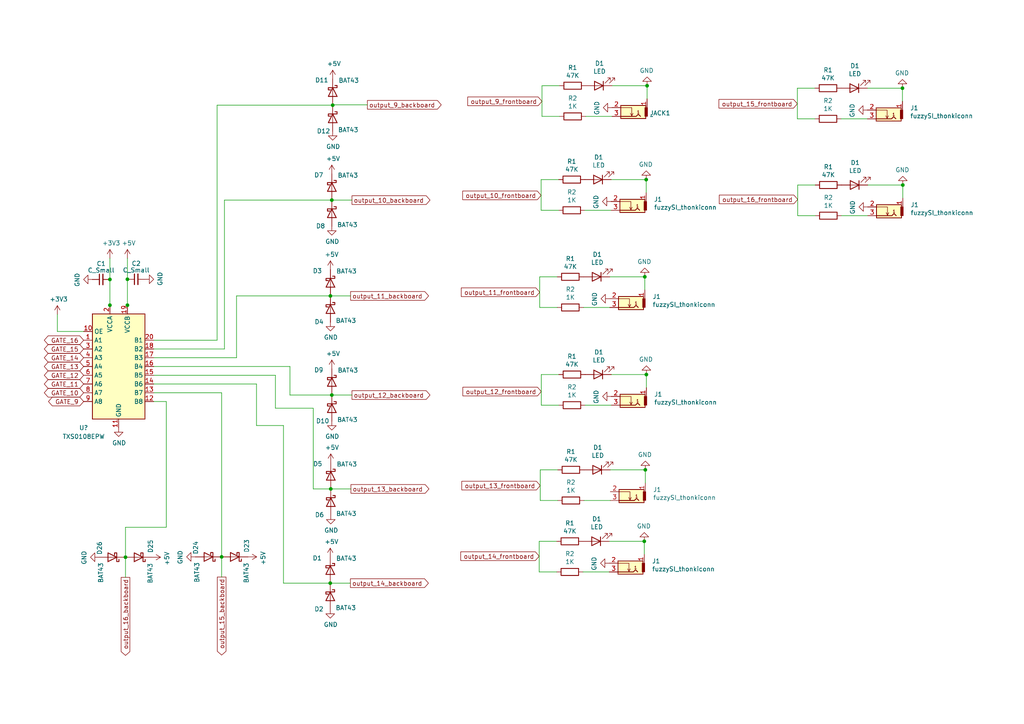
<source format=kicad_sch>
(kicad_sch (version 20230121) (generator eeschema)
  (paper "A4")
  (lib_symbols
    (symbol "Device:C_Small" (pin_numbers hide) (pin_names (offset 0.254) hide)
      (property "Reference" "C" (at 0.254 1.778 0))
      (property "Value" "C_Small" (at 0.254 -2.032 0))
      (symbol "C_Small_0_1"
        (polyline (pts (xy -1.524 -0.508) (xy 1.524 -0.508)) (stroke (width 0.3302)))
        (polyline (pts (xy -1.524 0.508) (xy 1.524 0.508)) (stroke (width 0.3048)))
      )
      (symbol "C_Small_1_1"
        (pin passive line (at 0 2.54 270) (length 2.032) (name "~") (number "1"))
        (pin passive line (at 0 -2.54 90) (length 2.032) (name "~") (number "2"))
      )
    )
    (symbol "Device:LED" (pin_numbers hide) (pin_names (offset 1.016) hide)
      (property "Reference" "D" (at 0 2.54 0))
      (property "Value" "LED" (at 0 -2.54 0))
      (symbol "LED_0_1"
        (polyline (pts (xy -1.27 -1.27) (xy -1.27 1.27)) (stroke (width 0.254)))
        (polyline (pts (xy -1.27 0) (xy 1.27 0)))
        (polyline (pts (xy 1.27 -1.27) (xy 1.27 1.27) (xy -1.27 0) (xy 1.27 -1.27)) (stroke (width 0.254)))
        (polyline (pts (xy -3.048 -0.762) (xy -4.572 -2.286) (xy -3.81 -2.286) (xy -4.572 -2.286) (xy -4.572 -1.524)))
        (polyline (pts (xy -1.778 -0.762) (xy -3.302 -2.286) (xy -2.54 -2.286) (xy -3.302 -2.286) (xy -3.302 -1.524)))
      )
      (symbol "LED_1_1"
        (pin passive line (at -3.81 0 0) (length 2.54) (name "K") (number "1"))
        (pin passive line (at 3.81 0 180) (length 2.54) (name "A") (number "2"))
      )
    )
    (symbol "Device:R" (pin_numbers hide) (pin_names (offset 0))
      (property "Reference" "R" (at 2.032 0 90))
      (property "Value" "R" (at 0 0 90))
      (symbol "R_0_1"
        (rectangle (start -1.016 -2.54) (end 1.016 2.54) (stroke (width 0.254)))
      )
      (symbol "R_1_1"
        (pin passive line (at 0 3.81 270) (length 1.27) (name "~") (number "1"))
        (pin passive line (at 0 -3.81 90) (length 1.27) (name "~") (number "2"))
      )
    )
    (symbol "Diode:BAT85" (pin_numbers hide) (pin_names (offset 1.016) hide)
      (property "Reference" "D" (at 0 2.54 0))
      (property "Value" "BAT85" (at 0 -2.54 0))
      (symbol "BAT85_0_1"
        (polyline (pts (xy 1.27 0) (xy -1.27 0)))
        (polyline (pts (xy 1.27 1.27) (xy 1.27 -1.27) (xy -1.27 0) (xy 1.27 1.27)) (stroke (width 0.254)))
        (polyline (pts (xy -1.905 0.635) (xy -1.905 1.27) (xy -1.27 1.27) (xy -1.27 -1.27) (xy -0.635 -1.27) (xy -0.635 -0.635)) (stroke (width 0.254)))
      )
      (symbol "BAT85_1_1"
        (pin passive line (at -3.81 0 0) (length 2.54) (name "K") (number "1"))
        (pin passive line (at 3.81 0 180) (length 2.54) (name "A") (number "2"))
      )
    )
    (symbol "Logic_LevelTranslator:TXS0108EPW"
      (property "Reference" "U" (at -6.35 16.51 0))
      (property "Value" "TXS0108EPW" (at 3.81 16.51 0))
      (symbol "TXS0108EPW_0_1"
        (rectangle (start -7.62 15.24) (end 7.62 -15.24) (stroke (width 0.254)) (fill (type background)))
      )
      (symbol "TXS0108EPW_1_1"
        (pin bidirectional line (at -10.16 7.62 0) (length 2.54) (name "A1") (number "1"))
        (pin input line (at -10.16 10.16 0) (length 2.54) (name "OE") (number "10"))
        (pin power_in line (at 0 -17.78 90) (length 2.54) (name "GND") (number "11"))
        (pin bidirectional line (at 10.16 -10.16 180) (length 2.54) (name "B8") (number "12"))
        (pin bidirectional line (at 10.16 -7.62 180) (length 2.54) (name "B7") (number "13"))
        (pin bidirectional line (at 10.16 -5.08 180) (length 2.54) (name "B6") (number "14"))
        (pin bidirectional line (at 10.16 -2.54 180) (length 2.54) (name "B5") (number "15"))
        (pin bidirectional line (at 10.16 0 180) (length 2.54) (name "B4") (number "16"))
        (pin bidirectional line (at 10.16 2.54 180) (length 2.54) (name "B3") (number "17"))
        (pin bidirectional line (at 10.16 5.08 180) (length 2.54) (name "B2") (number "18"))
        (pin power_in line (at 2.54 17.78 270) (length 2.54) (name "VCCB") (number "19"))
        (pin power_in line (at -2.54 17.78 270) (length 2.54) (name "VCCA") (number "2"))
        (pin bidirectional line (at 10.16 7.62 180) (length 2.54) (name "B1") (number "20"))
        (pin bidirectional line (at -10.16 5.08 0) (length 2.54) (name "A2") (number "3"))
        (pin bidirectional line (at -10.16 2.54 0) (length 2.54) (name "A3") (number "4"))
        (pin bidirectional line (at -10.16 0 0) (length 2.54) (name "A4") (number "5"))
        (pin bidirectional line (at -10.16 -2.54 0) (length 2.54) (name "A5") (number "6"))
        (pin bidirectional line (at -10.16 -5.08 0) (length 2.54) (name "A6") (number "7"))
        (pin bidirectional line (at -10.16 -7.62 0) (length 2.54) (name "A7") (number "8"))
        (pin bidirectional line (at -10.16 -10.16 0) (length 2.54) (name "A8") (number "9"))
      )
    )
    (symbol "power:+3V3" (power) (pin_names (offset 0))
      (property "Value" "+3V3" (at 0 3.556 0))
      (symbol "+3V3_0_1"
        (polyline (pts (xy -0.762 1.27) (xy 0 2.54)))
        (polyline (pts (xy 0 0) (xy 0 2.54)))
        (polyline (pts (xy 0 2.54) (xy 0.762 1.27)))
      )
      (symbol "+3V3_1_1"
        (pin power_in line (at 0 0 90) (length 0) hide (name "+3V3") (number "1"))
      )
    )
    (symbol "power:+5V" (power) (pin_names (offset 0))
      (property "Value" "+5V" (at 0 3.556 0))
      (symbol "+5V_0_1"
        (polyline (pts (xy -0.762 1.27) (xy 0 2.54)))
        (polyline (pts (xy 0 0) (xy 0 2.54)))
        (polyline (pts (xy 0 2.54) (xy 0.762 1.27)))
      )
      (symbol "+5V_1_1"
        (pin power_in line (at 0 0 90) (length 0) hide (name "+5V") (number "1"))
      )
    )
    (symbol "power:GND" (power) (pin_names (offset 0))
      (property "Value" "GND" (at 0 -3.81 0))
      (symbol "GND_0_1"
        (polyline (pts (xy 0 0) (xy 0 -1.27) (xy 1.27 -1.27) (xy 0 -2.54) (xy -1.27 -1.27) (xy 0 -1.27)))
      )
      (symbol "GND_1_1"
        (pin power_in line (at 0 0 270) (length 0) hide (name "GND") (number "1"))
      )
    )
    (symbol "usb_midi_clocker circuits-rescue:fuzzySI_thonkiconn-thonkiconn_jackSocket_fuzzySi" (pin_names (offset 1.016))
      (property "Reference" "J" (at -1.27 4.445 0))
      (property "Value" "thonkiconn_jackSocket_fuzzySi_fuzzySI_thonkiconn" (at 4.318 -1.778 0))
      (symbol "fuzzySI_thonkiconn-thonkiconn_jackSocket_fuzzySi_0_0"
        (text "1" (at -2.54 1.27 0) (effects (font (size 0.762 0.762))))
      )
      (symbol "fuzzySI_thonkiconn-thonkiconn_jackSocket_fuzzySi_0_1"
        (rectangle (start -4.699 3.175) (end 2.54 -0.635) (stroke (width 0.254)) (fill (type background)))
        (rectangle (start -4.445 0) (end -5.207 2.54) (fill (type outline)))
        (polyline (pts (xy -0.635 2.413) (xy -0.254 1.651)))
        (polyline (pts (xy 2.54 0) (xy -0.635 0) (xy -0.635 2.413) (xy -1.016 1.651)))
        (polyline (pts (xy 2.54 2.54) (xy -1.905 2.54) (xy -2.54 1.905) (xy -3.175 2.54)) (stroke (width 0.254)))
      )
      (symbol "fuzzySI_thonkiconn-thonkiconn_jackSocket_fuzzySi_1_1"
        (pin passive line (at -5.08 -2.54 90) (length 2.54) (name "~") (number "1"))
        (pin passive line (at 5.08 0 180) (length 2.54) (name "~") (number "2"))
        (pin passive line (at 5.08 2.54 180) (length 2.54) (name "~") (number "3"))
      )
    )
  )
  (junction (at 64.2874 161.5186))
  (junction (at 31.877 88.519))
  (junction (at 187.4774 108.6358))
  (junction (at 261.8486 53.6702))
  (junction (at 95.7834 169.1386))
  (junction (at 187.0202 80.2894))
  (junction (at 187.1726 136.271))
  (junction (at 96.2406 114.5794))
  (junction (at 96.2406 58.039))
  (junction (at 95.9358 141.8082))
  (junction (at 36.957 88.519))
  (junction (at 186.8678 156.9974))
  (junction (at 187.4266 52.0954))
  (junction (at 95.8342 85.8266))
  (junction (at 96.4946 30.5054))
  (junction (at 261.747 25.5778))
  (junction (at 31.877 81.0514))
  (junction (at 187.6806 24.8666))
  (junction (at 36.3982 161.6202))
  (junction (at 36.957 81.0006))
  (wire (pts (xy 44.577 98.679) (xy 62.9666 98.679)))
  (wire (pts (xy 231.267 34.4678) (xy 236.347 34.4678)))
  (wire (pts (xy 31.877 81.0514) (xy 31.877 88.519)))
  (wire (pts (xy 176.7078 165.8874) (xy 169.0878 165.8874)))
  (wire (pts (xy 44.577 103.759) (xy 68.6054 103.759)))
  (wire (pts (xy 44.577 116.459) (xy 48.2346 116.459)))
  (wire (pts (xy 177.5206 33.7566) (xy 169.9006 33.7566)))
  (wire (pts (xy 82.2198 169.1386) (xy 82.2198 123.4186)))
  (wire (pts (xy 161.4678 156.9974) (xy 156.3878 156.9974)))
  (wire (pts (xy 31.877 88.519) (xy 31.877 88.5698)))
  (wire (pts (xy 186.8678 156.9974) (xy 176.7078 156.9974)))
  (wire (pts (xy 44.577 101.219) (xy 65.1002 101.219)))
  (wire (pts (xy 95.8342 85.8266) (xy 101.6762 85.8266)))
  (wire (pts (xy 156.6926 136.271) (xy 156.6926 145.161)))
  (wire (pts (xy 48.2346 152.9334) (xy 36.3982 152.9334)))
  (wire (pts (xy 261.8486 53.6702) (xy 251.6886 53.6702)))
  (wire (pts (xy 64.2874 161.5186) (xy 64.2874 167.3606)))
  (wire (pts (xy 162.0774 108.6358) (xy 156.9974 108.6358)))
  (wire (pts (xy 177.0126 145.161) (xy 169.3926 145.161)))
  (wire (pts (xy 176.8602 89.1794) (xy 169.2402 89.1794)))
  (wire (pts (xy 187.4266 55.9054) (xy 187.4266 52.0954)))
  (wire (pts (xy 261.747 29.3878) (xy 261.747 25.5778)))
  (wire (pts (xy 187.1726 140.081) (xy 187.1726 136.271)))
  (wire (pts (xy 106.553 30.4038) (xy 96.4946 30.4038)))
  (wire (pts (xy 65.1002 58.039) (xy 96.2406 58.039)))
  (wire (pts (xy 44.577 108.839) (xy 79.883 108.839)))
  (wire (pts (xy 96.2406 114.5794) (xy 102.0826 114.5794)))
  (wire (pts (xy 36.957 88.519) (xy 36.957 88.5698)))
  (wire (pts (xy 156.5402 89.1794) (xy 161.6202 89.1794)))
  (wire (pts (xy 96.2406 58.039) (xy 102.0826 58.039)))
  (wire (pts (xy 48.2346 116.459) (xy 48.2346 152.9334)))
  (wire (pts (xy 156.9974 108.6358) (xy 156.9974 117.5258)))
  (wire (pts (xy 90.8558 141.8082) (xy 90.8558 118.3894)))
  (wire (pts (xy 44.577 111.379) (xy 74.3966 111.379)))
  (wire (pts (xy 177.3174 117.5258) (xy 169.6974 117.5258)))
  (wire (pts (xy 156.9974 117.5258) (xy 162.0774 117.5258)))
  (wire (pts (xy 231.3686 62.5602) (xy 236.4486 62.5602)))
  (wire (pts (xy 236.4486 53.6702) (xy 231.3686 53.6702)))
  (wire (pts (xy 84.0994 114.5794) (xy 96.2406 114.5794)))
  (wire (pts (xy 186.8678 160.8074) (xy 186.8678 156.9974)))
  (wire (pts (xy 162.0266 52.0954) (xy 156.9466 52.0954)))
  (wire (pts (xy 44.577 113.919) (xy 64.2874 113.919)))
  (wire (pts (xy 161.7726 136.271) (xy 156.6926 136.271)))
  (wire (pts (xy 187.1726 136.271) (xy 177.0126 136.271)))
  (wire (pts (xy 36.957 81.0006) (xy 36.957 88.519)))
  (wire (pts (xy 156.3878 156.9974) (xy 156.3878 165.8874)))
  (wire (pts (xy 82.2198 169.1386) (xy 95.7834 169.1386)))
  (wire (pts (xy 161.6202 80.2894) (xy 156.5402 80.2894)))
  (wire (pts (xy 231.3686 53.6702) (xy 231.3686 62.5602)))
  (wire (pts (xy 84.0994 114.5794) (xy 84.0994 106.299)))
  (wire (pts (xy 68.6054 103.759) (xy 68.6054 85.8266)))
  (wire (pts (xy 156.3878 165.8874) (xy 161.4678 165.8874)))
  (wire (pts (xy 62.9666 30.5054) (xy 96.4946 30.5054)))
  (wire (pts (xy 74.3966 123.4186) (xy 74.3966 111.379)))
  (wire (pts (xy 187.6806 24.8666) (xy 177.5206 24.8666)))
  (wire (pts (xy 90.8558 141.8082) (xy 95.9358 141.8082)))
  (wire (pts (xy 79.883 118.3894) (xy 79.883 108.839)))
  (wire (pts (xy 16.637 96.139) (xy 16.637 91.186)))
  (wire (pts (xy 157.2006 33.7566) (xy 162.2806 33.7566)))
  (wire (pts (xy 177.2666 60.9854) (xy 169.6466 60.9854)))
  (wire (pts (xy 187.6806 28.6766) (xy 187.6806 24.8666)))
  (wire (pts (xy 251.587 34.4678) (xy 243.967 34.4678)))
  (wire (pts (xy 36.3982 161.6202) (xy 36.3982 167.4622)))
  (wire (pts (xy 187.4266 52.0954) (xy 177.2666 52.0954)))
  (wire (pts (xy 156.9466 52.0954) (xy 156.9466 60.9854)))
  (wire (pts (xy 231.267 25.5778) (xy 231.267 34.4678)))
  (wire (pts (xy 187.4774 112.4458) (xy 187.4774 108.6358)))
  (wire (pts (xy 187.0202 84.0994) (xy 187.0202 80.2894)))
  (wire (pts (xy 96.4946 30.4038) (xy 96.4946 30.5054)))
  (wire (pts (xy 62.9666 98.679) (xy 62.9666 30.5054)))
  (wire (pts (xy 90.8558 118.3894) (xy 79.883 118.3894)))
  (wire (pts (xy 156.5402 80.2894) (xy 156.5402 89.1794)))
  (wire (pts (xy 44.577 106.299) (xy 84.0994 106.299)))
  (wire (pts (xy 95.9358 141.8082) (xy 101.7778 141.8082)))
  (wire (pts (xy 236.347 25.5778) (xy 231.267 25.5778)))
  (wire (pts (xy 36.3982 152.9334) (xy 36.3982 161.6202)))
  (wire (pts (xy 31.877 74.9046) (xy 31.877 81.0514)))
  (wire (pts (xy 157.2006 24.8666) (xy 157.2006 33.7566)))
  (wire (pts (xy 68.6054 85.8266) (xy 95.8342 85.8266)))
  (wire (pts (xy 95.7834 169.1386) (xy 101.6254 169.1386)))
  (wire (pts (xy 36.957 74.9046) (xy 36.957 81.0006)))
  (wire (pts (xy 261.8486 57.4802) (xy 261.8486 53.6702)))
  (wire (pts (xy 187.4774 108.6358) (xy 177.3174 108.6358)))
  (wire (pts (xy 82.2198 123.4186) (xy 74.3966 123.4186)))
  (wire (pts (xy 156.6926 145.161) (xy 161.7726 145.161)))
  (wire (pts (xy 65.1002 58.039) (xy 65.1002 101.219)))
  (wire (pts (xy 251.6886 62.5602) (xy 244.0686 62.5602)))
  (wire (pts (xy 261.747 25.5778) (xy 251.587 25.5778)))
  (wire (pts (xy 64.2874 113.919) (xy 64.2874 161.5186)))
  (wire (pts (xy 156.9466 60.9854) (xy 162.0266 60.9854)))
  (wire (pts (xy 24.257 96.139) (xy 16.637 96.139)))
  (wire (pts (xy 162.2806 24.8666) (xy 157.2006 24.8666)))
  (wire (pts (xy 187.0202 80.2894) (xy 176.8602 80.2894)))
  (global_label "output_11_frontboard" (shape input) (at 156.5402 84.7598 180) (property "Intersheetrefs" "${INTERSHEET_REFS}" (effects hide)))
  (global_label "GATE_11" (shape tri_state) (at 24.257 111.379 180) (property "Intersheetrefs" "${INTERSHEET_REFS}" (effects hide)))
  (global_label "output_9_backboard" (shape output) (at 106.553 30.4038 0) (property "Intersheetrefs" "${INTERSHEET_REFS}" (effects hide)))
  (global_label "output_13_backboard" (shape output) (at 101.7778 141.8082 0) (property "Intersheetrefs" "${INTERSHEET_REFS}" (effects hide)))
  (global_label "output_12_frontboard" (shape input) (at 156.9974 113.5634 180) (property "Intersheetrefs" "${INTERSHEET_REFS}" (effects hide)))
  (global_label "output_16_backboard" (shape output) (at 36.3982 167.4622 270) (property "Intersheetrefs" "${INTERSHEET_REFS}" (effects hide)))
  (global_label "output_10_frontboard" (shape input) (at 156.9466 56.6674 180) (property "Intersheetrefs" "${INTERSHEET_REFS}" (effects hide)))
  (global_label "output_9_frontboard" (shape input) (at 157.2006 29.3878 180) (property "Intersheetrefs" "${INTERSHEET_REFS}" (effects hide)))
  (global_label "output_12_backboard" (shape output) (at 102.0826 114.5794 0) (property "Intersheetrefs" "${INTERSHEET_REFS}" (effects hide)))
  (global_label "output_14_backboard" (shape output) (at 101.6254 169.1386 0) (property "Intersheetrefs" "${INTERSHEET_REFS}" (effects hide)))
  (global_label "output_15_backboard" (shape output) (at 64.2874 167.3606 270) (property "Intersheetrefs" "${INTERSHEET_REFS}" (effects hide)))
  (global_label "GATE_15" (shape tri_state) (at 24.257 101.219 180) (property "Intersheetrefs" "${INTERSHEET_REFS}" (effects hide)))
  (global_label "output_14_frontboard" (shape input) (at 156.3878 161.3154 180) (property "Intersheetrefs" "${INTERSHEET_REFS}" (effects hide)))
  (global_label "GATE_14" (shape tri_state) (at 24.257 103.759 180) (property "Intersheetrefs" "${INTERSHEET_REFS}" (effects hide)))
  (global_label "GATE_12" (shape tri_state) (at 24.257 108.839 180) (property "Intersheetrefs" "${INTERSHEET_REFS}" (effects hide)))
  (global_label "output_16_frontboard" (shape input) (at 231.3686 57.8358 180) (property "Intersheetrefs" "${INTERSHEET_REFS}" (effects hide)))
  (global_label "GATE_10" (shape tri_state) (at 24.257 113.919 180) (property "Intersheetrefs" "${INTERSHEET_REFS}" (effects hide)))
  (global_label "GATE_13" (shape tri_state) (at 24.257 106.299 180) (property "Intersheetrefs" "${INTERSHEET_REFS}" (effects hide)))
  (global_label "output_15_frontboard" (shape input) (at 231.267 30.099 180) (property "Intersheetrefs" "${INTERSHEET_REFS}" (effects hide)))
  (global_label "GATE_16" (shape tri_state) (at 24.257 98.679 180) (property "Intersheetrefs" "${INTERSHEET_REFS}" (effects hide)))
  (global_label "output_11_backboard" (shape output) (at 101.6762 85.8266 0) (property "Intersheetrefs" "${INTERSHEET_REFS}" (effects hide)))
  (global_label "GATE_9" (shape tri_state) (at 24.257 116.459 180) (property "Intersheetrefs" "${INTERSHEET_REFS}" (effects hide)))
  (global_label "output_13_frontboard" (shape input) (at 156.6926 140.843 180) (property "Intersheetrefs" "${INTERSHEET_REFS}" (effects hide)))
  (global_label "output_10_backboard" (shape output) (at 102.0826 58.039 0) (property "Intersheetrefs" "${INTERSHEET_REFS}" (effects hide)))
  (symbol (lib_id "Device:R") (at 165.2778 165.8874 270) (unit 1)
    (property "Reference" "R2" (at 165.2778 160.6296 90))
    (property "Value" "1K" (at 165.2778 162.941 90))
    (property "Footprint" "Resistor_SMD:R_0805_2012Metric" (effects hide))
    (instances (project "usb_midi_clocker circuits" (path "" (reference "R2") (unit 1)) (path "" (reference "R12") (unit 1))) (project "expander_gate_output" (path "" (reference "R12") (unit 1)) (path "" (reference "R2") (unit 1)) (path "" (reference "R18") (unit 1))))
  )
  (symbol (lib_id "power:GND") (at 34.417 124.079 0) (unit 1)
    (property "Reference" "#PWR?" (effects hide))
    (property "Value" "GND" (at 34.544 128.4732 0))
    (instances (project "usb_midi_clocker circuits" (path "" (reference "#PWR?") (unit 1)) (path "" (reference "#PWR027") (unit 1))) (project "expander_gate_output" (path "" (reference "#PWR010") (unit 1)) (path "" (reference "#PWR010") (unit 1)) (path "" (reference "#PWR045") (unit 1))))
  )
  (symbol (lib_id "Diode:BAT85") (at 95.7834 172.9486 270) (unit 1)
    (property "Reference" "D2" (at 91.1606 176.657 90) (effects (justify left)))
    (property "Value" "BAT43" (at 97.3074 176.3014 90) (effects (justify left)))
    (property "Footprint" "Diode_SMD:D_SOD-123" (effects hide))
    (instances (project "expander_gate_output" (path "" (reference "D2") (unit 1)) (path "" (reference "D2") (unit 1)) (path "" (reference "D30") (unit 1))))
  )
  (symbol (lib_id "Diode:BAT85") (at 96.2406 110.7694 270) (unit 1)
    (property "Reference" "D9" (at 91.1098 107.315 90) (effects (justify left)))
    (property "Value" "BAT43" (at 97.917 107.4166 90) (effects (justify left)))
    (property "Footprint" "Diode_SMD:D_SOD-123" (effects hide))
    (instances (project "expander_gate_output" (path "" (reference "D9") (unit 1)) (path "" (reference "D9") (unit 1)) (path "" (reference "D37") (unit 1))))
  )
  (symbol (lib_id "power:+5V") (at 96.2406 106.9594 0) (unit 1)
    (property "Reference" "#PWR?" (effects hide))
    (property "Value" "+5V" (at 96.6216 102.5652 0))
    (instances (project "usb_midi_clocker circuits" (path "" (reference "#PWR?") (unit 1)) (path "" (reference "#PWR040") (unit 1))) (project "expander_gate_output" (path "" (reference "#PWR031") (unit 1)) (path "" (reference "#PWR031") (unit 1)) (path "" (reference "#PWR059") (unit 1))))
  )
  (symbol (lib_id "Device:R") (at 240.157 34.4678 270) (unit 1)
    (property "Reference" "R2" (at 240.157 29.21 90))
    (property "Value" "1K" (at 240.157 31.5214 90))
    (property "Footprint" "Resistor_SMD:R_0805_2012Metric" (effects hide))
    (instances (project "usb_midi_clocker circuits" (path "" (reference "R2") (unit 1)) (path "" (reference "R14") (unit 1))) (project "expander_gate_output" (path "" (reference "R14") (unit 1)) (path "" (reference "R14") (unit 1)) (path "" (reference "R30") (unit 1))))
  )
  (symbol (lib_id "power:GND") (at 96.2406 65.659 0) (unit 1)
    (property "Reference" "#PWR0101" (effects hide))
    (property "Value" "GND" (at 96.3676 70.0532 0))
    (instances (project "usb_midi_clocker circuits" (path "" (reference "#PWR0101") (unit 1)) (path "" (reference "#PWR016") (unit 1))) (project "expander_gate_output" (path "" (reference "#PWR014") (unit 1)) (path "" (reference "#PWR014") (unit 1)) (path "" (reference "#PWR058") (unit 1))))
  )
  (symbol (lib_id "power:GND") (at 186.8678 156.9974 180) (unit 1)
    (property "Reference" "#PWR0101" (effects hide))
    (property "Value" "GND" (at 186.7408 152.6032 0))
    (instances (project "usb_midi_clocker circuits" (path "" (reference "#PWR0101") (unit 1)) (path "" (reference "#PWR034") (unit 1))) (project "expander_gate_output" (path "" (reference "#PWR012") (unit 1)) (path "" (reference "#PWR038") (unit 1)) (path "" (reference "#PWR077") (unit 1))))
  )
  (symbol (lib_id "Diode:BAT85") (at 95.7834 165.3286 270) (unit 1)
    (property "Reference" "D1" (at 90.6526 161.8742 90) (effects (justify left)))
    (property "Value" "BAT43" (at 97.4598 161.9758 90) (effects (justify left)))
    (property "Footprint" "Diode_SMD:D_SOD-123" (effects hide))
    (instances (project "expander_gate_output" (path "" (reference "D1") (unit 1)) (path "" (reference "D1") (unit 1)) (path "" (reference "D29") (unit 1))))
  )
  (symbol (lib_id "power:+5V") (at 96.2406 50.419 0) (unit 1)
    (property "Reference" "#PWR?" (effects hide))
    (property "Value" "+5V" (at 96.6216 46.0248 0))
    (instances (project "usb_midi_clocker circuits" (path "" (reference "#PWR?") (unit 1)) (path "" (reference "#PWR040") (unit 1))) (project "expander_gate_output" (path "" (reference "#PWR013") (unit 1)) (path "" (reference "#PWR013") (unit 1)) (path "" (reference "#PWR057") (unit 1))))
  )
  (symbol (lib_id "Device:R") (at 165.2778 156.9974 270) (unit 1)
    (property "Reference" "R1" (at 165.2778 151.7396 90))
    (property "Value" "47K" (at 165.2778 154.051 90))
    (property "Footprint" "Resistor_SMD:R_0805_2012Metric" (effects hide))
    (instances (project "usb_midi_clocker circuits" (path "" (reference "R1") (unit 1)) (path "" (reference "R11") (unit 1))) (project "expander_gate_output" (path "" (reference "R11") (unit 1)) (path "" (reference "R1") (unit 1)) (path "" (reference "R17") (unit 1))))
  )
  (symbol (lib_id "power:+5V") (at 95.8342 78.2066 0) (unit 1)
    (property "Reference" "#PWR?" (effects hide))
    (property "Value" "+5V" (at 96.2152 73.8124 0))
    (instances (project "usb_midi_clocker circuits" (path "" (reference "#PWR?") (unit 1)) (path "" (reference "#PWR040") (unit 1))) (project "expander_gate_output" (path "" (reference "#PWR06") (unit 1)) (path "" (reference "#PWR06") (unit 1)) (path "" (reference "#PWR053") (unit 1))))
  )
  (symbol (lib_id "Logic_LevelTranslator:TXS0108EPW") (at 34.417 106.299 0) (unit 1)
    (property "Reference" "U?" (at 24.257 124.079 0))
    (property "Value" "TXS0108EPW" (at 24.257 126.619 0))
    (property "Footprint" "Package_SO:TSSOP-20_4.4x6.5mm_P0.65mm" (effects hide))
    (property "Datasheet" "www.ti.com/lit/ds/symlink/txs0108e.pdf" (effects hide))
    (instances (project "usb_midi_clocker circuits" (path "" (reference "U?") (unit 1)) (path "" (reference "U3") (unit 1))) (project "expander_gate_output" (path "" (reference "U1") (unit 1)) (path "" (reference "U1") (unit 1)) (path "" (reference "U2") (unit 1))))
  )
  (symbol (lib_id "Device:LED") (at 173.2026 136.271 180) (unit 1)
    (property "Reference" "D1" (at 173.3804 129.794 0))
    (property "Value" "LED" (at 173.3804 132.1054 0))
    (property "Footprint" "LED_THT:LED_D3.0mm" (effects hide))
    (instances (project "usb_midi_clocker circuits" (path "" (reference "D1") (unit 1)) (path "" (reference "D5") (unit 1))) (project "expander_gate_output" (path "" (reference "D5") (unit 1)) (path "" (reference "D19") (unit 1)) (path "" (reference "D43") (unit 1))))
  )
  (symbol (lib_id "power:GND") (at 187.0202 80.2894 180) (unit 1)
    (property "Reference" "#PWR0101" (effects hide))
    (property "Value" "GND" (at 186.8932 75.8952 0))
    (instances (project "usb_midi_clocker circuits" (path "" (reference "#PWR0101") (unit 1)) (path "" (reference "#PWR023") (unit 1))) (project "expander_gate_output" (path "" (reference "#PWR06") (unit 1)) (path "" (reference "#PWR039") (unit 1)) (path "" (reference "#PWR078") (unit 1))))
  )
  (symbol (lib_id "Diode:BAT85") (at 40.2082 161.6202 180) (unit 1)
    (property "Reference" "D25" (at 43.6626 156.4894 90) (effects (justify left)))
    (property "Value" "BAT43" (at 43.561 163.2966 90) (effects (justify left)))
    (property "Footprint" "Diode_SMD:D_SOD-123" (effects hide))
    (instances (project "expander_gate_output" (path "" (reference "D25") (unit 1)) (path "" (reference "D15") (unit 1)) (path "" (reference "D26") (unit 1))))
  )
  (symbol (lib_id "power:GND") (at 251.6886 60.0202 270) (unit 1)
    (property "Reference" "#PWR0101" (effects hide))
    (property "Value" "GND" (at 247.2944 60.1472 0))
    (instances (project "usb_midi_clocker circuits" (path "" (reference "#PWR0101") (unit 1)) (path "" (reference "#PWR016") (unit 1))) (project "expander_gate_output" (path "" (reference "#PWR04") (unit 1)) (path "" (reference "#PWR071") (unit 1)) (path "" (reference "#PWR093") (unit 1))))
  )
  (symbol (lib_id "Device:R") (at 240.157 25.5778 270) (unit 1)
    (property "Reference" "R1" (at 240.157 20.32 90))
    (property "Value" "47K" (at 240.157 22.6314 90))
    (property "Footprint" "Resistor_SMD:R_0805_2012Metric" (effects hide))
    (instances (project "usb_midi_clocker circuits" (path "" (reference "R1") (unit 1)) (path "" (reference "R13") (unit 1))) (project "expander_gate_output" (path "" (reference "R13") (unit 1)) (path "" (reference "R13") (unit 1)) (path "" (reference "R29") (unit 1))))
  )
  (symbol (lib_id "power:+5V") (at 95.9358 134.1882 0) (unit 1)
    (property "Reference" "#PWR?" (effects hide))
    (property "Value" "+5V" (at 96.3168 129.794 0))
    (instances (project "usb_midi_clocker circuits" (path "" (reference "#PWR?") (unit 1)) (path "" (reference "#PWR040") (unit 1))) (project "expander_gate_output" (path "" (reference "#PWR011") (unit 1)) (path "" (reference "#PWR011") (unit 1)) (path "" (reference "#PWR055") (unit 1))))
  )
  (symbol (lib_id "power:GND") (at 177.3174 114.9858 270) (unit 1)
    (property "Reference" "#PWR0101" (effects hide))
    (property "Value" "GND" (at 172.9232 115.1128 0))
    (instances (project "usb_midi_clocker circuits" (path "" (reference "#PWR0101") (unit 1)) (path "" (reference "#PWR016") (unit 1))) (project "expander_gate_output" (path "" (reference "#PWR04") (unit 1)) (path "" (reference "#PWR026") (unit 1)) (path "" (reference "#PWR075") (unit 1))))
  )
  (symbol (lib_id "Device:R") (at 165.8874 108.6358 270) (unit 1)
    (property "Reference" "R1" (at 165.8874 103.378 90))
    (property "Value" "47K" (at 165.8874 105.6894 90))
    (property "Footprint" "Resistor_SMD:R_0805_2012Metric" (effects hide))
    (instances (project "usb_midi_clocker circuits" (path "" (reference "R1") (unit 1)) (path "" (reference "R7") (unit 1))) (project "expander_gate_output" (path "" (reference "R7") (unit 1)) (path "" (reference "R9") (unit 1)) (path "" (reference "R25") (unit 1))))
  )
  (symbol (lib_id "usb_midi_clocker circuits-rescue:fuzzySI_thonkiconn-thonkiconn_jackSocket_fuzzySi") (at 182.0926 142.621 180) (unit 1)
    (property "Reference" "J1" (at 189.4078 142.0114 0) (effects (justify right)))
    (property "Value" "fuzzySI_thonkiconn" (at 189.4078 144.3228 0) (effects (justify right)))
    (property "Footprint" "doctea:Thonkiconn Renumbered" (effects hide))
    (instances (project "usb_midi_clocker circuits" (path "" (reference "J1") (unit 1)) (path "" (reference "JACK5") (unit 1))) (project "expander_gate_output" (path "" (reference "JACK5") (unit 1)) (path "" (reference "J8") (unit 1)) (path "" (reference "JACK11") (unit 1))))
  )
  (symbol (lib_id "Diode:BAT85") (at 95.8342 89.6366 270) (unit 1)
    (property "Reference" "D4" (at 91.2114 93.345 90) (effects (justify left)))
    (property "Value" "BAT43" (at 97.3582 92.9894 90) (effects (justify left)))
    (property "Footprint" "Diode_SMD:D_SOD-123" (effects hide))
    (instances (project "expander_gate_output" (path "" (reference "D4") (unit 1)) (path "" (reference "D4") (unit 1)) (path "" (reference "D32") (unit 1))))
  )
  (symbol (lib_id "power:GND") (at 95.8342 93.4466 0) (unit 1)
    (property "Reference" "#PWR0101" (effects hide))
    (property "Value" "GND" (at 95.9612 97.8408 0))
    (instances (project "usb_midi_clocker circuits" (path "" (reference "#PWR0101") (unit 1)) (path "" (reference "#PWR016") (unit 1))) (project "expander_gate_output" (path "" (reference "#PWR07") (unit 1)) (path "" (reference "#PWR07") (unit 1)) (path "" (reference "#PWR054") (unit 1))))
  )
  (symbol (lib_id "power:GND") (at 176.8602 86.6394 270) (unit 1)
    (property "Reference" "#PWR0101" (effects hide))
    (property "Value" "GND" (at 172.466 86.7664 0))
    (instances (project "usb_midi_clocker circuits" (path "" (reference "#PWR0101") (unit 1)) (path "" (reference "#PWR016") (unit 1))) (project "expander_gate_output" (path "" (reference "#PWR04") (unit 1)) (path "" (reference "#PWR024") (unit 1)) (path "" (reference "#PWR064") (unit 1))))
  )
  (symbol (lib_id "Diode:BAT85") (at 95.8342 82.0166 270) (unit 1)
    (property "Reference" "D3" (at 90.7034 78.5622 90) (effects (justify left)))
    (property "Value" "BAT43" (at 97.5106 78.6638 90) (effects (justify left)))
    (property "Footprint" "Diode_SMD:D_SOD-123" (effects hide))
    (instances (project "expander_gate_output" (path "" (reference "D3") (unit 1)) (path "" (reference "D3") (unit 1)) (path "" (reference "D31") (unit 1))))
  )
  (symbol (lib_id "Device:R") (at 240.2586 62.5602 270) (unit 1)
    (property "Reference" "R2" (at 240.2586 57.3024 90))
    (property "Value" "1K" (at 240.2586 59.6138 90))
    (property "Footprint" "Resistor_SMD:R_0805_2012Metric" (effects hide))
    (instances (project "usb_midi_clocker circuits" (path "" (reference "R2") (unit 1)) (path "" (reference "R16") (unit 1))) (project "expander_gate_output" (path "" (reference "R16") (unit 1)) (path "" (reference "R16") (unit 1)) (path "" (reference "R32") (unit 1))))
  )
  (symbol (lib_id "power:GND") (at 56.6674 161.5186 270) (unit 1)
    (property "Reference" "#PWR0101" (effects hide))
    (property "Value" "GND" (at 52.2732 161.6456 0))
    (instances (project "usb_midi_clocker circuits" (path "" (reference "#PWR0101") (unit 1)) (path "" (reference "#PWR016") (unit 1))) (project "expander_gate_output" (path "" (reference "#PWR038") (unit 1)) (path "" (reference "#PWR030") (unit 1)) (path "" (reference "#PWR049") (unit 1))))
  )
  (symbol (lib_id "Device:C_Small") (at 39.497 81.0006 90) (unit 1)
    (property "Reference" "C2" (at 39.5033 76.4286 90))
    (property "Value" "C_Small" (at 39.5033 78.3496 90))
    (property "Footprint" "Capacitor_SMD:C_0805_2012Metric" (effects hide))
    (instances (project "expander_gate_output" (path "" (reference "C2") (unit 1)) (path "" (reference "C2") (unit 1)) (path "" (reference "C7") (unit 1))))
  )
  (symbol (lib_id "Device:C_Small") (at 29.337 81.0514 90) (unit 1)
    (property "Reference" "C1" (at 29.3433 76.4794 90))
    (property "Value" "C_Small" (at 29.3433 78.4004 90))
    (property "Footprint" "Capacitor_SMD:C_0805_2012Metric" (effects hide))
    (instances (project "expander_gate_output" (path "" (reference "C1") (unit 1)) (path "" (reference "C1") (unit 1)) (path "" (reference "C6") (unit 1))))
  )
  (symbol (lib_id "Diode:BAT85") (at 32.5882 161.6202 180) (unit 1)
    (property "Reference" "D26" (at 28.8798 156.9974 90) (effects (justify left)))
    (property "Value" "BAT43" (at 29.2354 163.1442 90) (effects (justify left)))
    (property "Footprint" "Diode_SMD:D_SOD-123" (effects hide))
    (instances (project "expander_gate_output" (path "" (reference "D26") (unit 1)) (path "" (reference "D16") (unit 1)) (path "" (reference "D25") (unit 1))))
  )
  (symbol (lib_id "Device:R") (at 166.0906 24.8666 270) (unit 1)
    (property "Reference" "R1" (at 166.0906 19.6088 90))
    (property "Value" "47K" (at 166.0906 21.9202 90))
    (property "Footprint" "Resistor_SMD:R_0805_2012Metric" (effects hide))
    (instances (project "usb_midi_clocker circuits" (path "" (reference "R1") (unit 1)) (path "" (reference "R1") (unit 1))) (project "expander_gate_output" (path "" (reference "R1") (unit 1)) (path "" (reference "R11") (unit 1)) (path "" (reference "R27") (unit 1))))
  )
  (symbol (lib_id "Device:LED") (at 247.777 25.5778 180) (unit 1)
    (property "Reference" "D1" (at 247.9548 19.1008 0))
    (property "Value" "LED" (at 247.9548 21.4122 0))
    (property "Footprint" "LED_THT:LED_D3.0mm" (effects hide))
    (instances (project "usb_midi_clocker circuits" (path "" (reference "D1") (unit 1)) (path "" (reference "D7") (unit 1))) (project "expander_gate_output" (path "" (reference "D7") (unit 1)) (path "" (reference "D23") (unit 1)) (path "" (reference "D47") (unit 1))))
  )
  (symbol (lib_id "Device:R") (at 165.4302 80.2894 270) (unit 1)
    (property "Reference" "R1" (at 165.4302 75.0316 90))
    (property "Value" "47K" (at 165.4302 77.343 90))
    (property "Footprint" "Resistor_SMD:R_0805_2012Metric" (effects hide))
    (instances (project "usb_midi_clocker circuits" (path "" (reference "R1") (unit 1)) (path "" (reference "R5") (unit 1))) (project "expander_gate_output" (path "" (reference "R5") (unit 1)) (path "" (reference "R3") (unit 1)) (path "" (reference "R19") (unit 1))))
  )
  (symbol (lib_id "power:GND") (at 187.1726 136.271 180) (unit 1)
    (property "Reference" "#PWR0101" (effects hide))
    (property "Value" "GND" (at 187.0456 131.8768 0))
    (instances (project "usb_midi_clocker circuits" (path "" (reference "#PWR0101") (unit 1)) (path "" (reference "#PWR033") (unit 1))) (project "expander_gate_output" (path "" (reference "#PWR011") (unit 1)) (path "" (reference "#PWR040") (unit 1)) (path "" (reference "#PWR079") (unit 1))))
  )
  (symbol (lib_id "power:+5V") (at 44.0182 161.6202 270) (unit 1)
    (property "Reference" "#PWR?" (effects hide))
    (property "Value" "+5V" (at 48.4124 162.0012 0))
    (instances (project "usb_midi_clocker circuits" (path "" (reference "#PWR?") (unit 1)) (path "" (reference "#PWR040") (unit 1))) (project "expander_gate_output" (path "" (reference "#PWR039") (unit 1)) (path "" (reference "#PWR033") (unit 1)) (path "" (reference "#PWR048") (unit 1))))
  )
  (symbol (lib_id "usb_midi_clocker circuits-rescue:fuzzySI_thonkiconn-thonkiconn_jackSocket_fuzzySi") (at 181.7878 163.3474 180) (unit 1)
    (property "Reference" "J1" (at 189.103 162.7378 0) (effects (justify right)))
    (property "Value" "fuzzySI_thonkiconn" (at 189.103 165.0492 0) (effects (justify right)))
    (property "Footprint" "doctea:Thonkiconn Renumbered" (effects hide))
    (instances (project "usb_midi_clocker circuits" (path "" (reference "J1") (unit 1)) (path "" (reference "JACK6") (unit 1))) (project "expander_gate_output" (path "" (reference "JACK6") (unit 1)) (path "" (reference "J5") (unit 1)) (path "" (reference "JACK9") (unit 1))))
  )
  (symbol (lib_id "power:+5V") (at 71.9074 161.5186 270) (unit 1)
    (property "Reference" "#PWR?" (effects hide))
    (property "Value" "+5V" (at 76.3016 161.8996 0))
    (instances (project "usb_midi_clocker circuits" (path "" (reference "#PWR?") (unit 1)) (path "" (reference "#PWR040") (unit 1))) (project "expander_gate_output" (path "" (reference "#PWR037") (unit 1)) (path "" (reference "#PWR029") (unit 1)) (path "" (reference "#PWR050") (unit 1))))
  )
  (symbol (lib_id "power:GND") (at 177.2666 58.4454 270) (unit 1)
    (property "Reference" "#PWR0101" (effects hide))
    (property "Value" "GND" (at 172.8724 58.5724 0))
    (instances (project "usb_midi_clocker circuits" (path "" (reference "#PWR0101") (unit 1)) (path "" (reference "#PWR016") (unit 1))) (project "expander_gate_output" (path "" (reference "#PWR04") (unit 1)) (path "" (reference "#PWR025") (unit 1)) (path "" (reference "#PWR074") (unit 1))))
  )
  (symbol (lib_id "usb_midi_clocker circuits-rescue:fuzzySI_thonkiconn-thonkiconn_jackSocket_fuzzySi") (at 181.9402 86.6394 180) (unit 1)
    (property "Reference" "J1" (at 189.2554 86.0298 0) (effects (justify right)))
    (property "Value" "fuzzySI_thonkiconn" (at 189.2554 88.3412 0) (effects (justify right)))
    (property "Footprint" "doctea:Thonkiconn Renumbered" (effects hide))
    (instances (project "usb_midi_clocker circuits" (path "" (reference "J1") (unit 1)) (path "" (reference "JACK3") (unit 1))) (project "expander_gate_output" (path "" (reference "JACK3") (unit 1)) (path "" (reference "J7") (unit 1)) (path "" (reference "JACK10") (unit 1))))
  )
  (symbol (lib_id "Device:R") (at 165.4302 89.1794 270) (unit 1)
    (property "Reference" "R2" (at 165.4302 83.9216 90))
    (property "Value" "1K" (at 165.4302 86.233 90))
    (property "Footprint" "Resistor_SMD:R_0805_2012Metric" (effects hide))
    (instances (project "usb_midi_clocker circuits" (path "" (reference "R2") (unit 1)) (path "" (reference "R6") (unit 1))) (project "expander_gate_output" (path "" (reference "R6") (unit 1)) (path "" (reference "R4") (unit 1)) (path "" (reference "R20") (unit 1))))
  )
  (symbol (lib_id "power:+5V") (at 96.4946 22.8854 0) (unit 1)
    (property "Reference" "#PWR?" (effects hide))
    (property "Value" "+5V" (at 96.8756 18.4912 0))
    (instances (project "usb_midi_clocker circuits" (path "" (reference "#PWR?") (unit 1)) (path "" (reference "#PWR040") (unit 1))) (project "expander_gate_output" (path "" (reference "#PWR035") (unit 1)) (path "" (reference "#PWR035") (unit 1)) (path "" (reference "#PWR061") (unit 1))))
  )
  (symbol (lib_id "power:GND") (at 95.9358 149.4282 0) (unit 1)
    (property "Reference" "#PWR0101" (effects hide))
    (property "Value" "GND" (at 96.0628 153.8224 0))
    (instances (project "usb_midi_clocker circuits" (path "" (reference "#PWR0101") (unit 1)) (path "" (reference "#PWR016") (unit 1))) (project "expander_gate_output" (path "" (reference "#PWR012") (unit 1)) (path "" (reference "#PWR012") (unit 1)) (path "" (reference "#PWR056") (unit 1))))
  )
  (symbol (lib_id "power:+3V3") (at 31.877 74.9046 0) (unit 1)
    (property "Reference" "#PWR?" (effects hide))
    (property "Value" "+3V3" (at 32.258 70.5104 0))
    (instances (project "usb_midi_clocker circuits" (path "" (reference "#PWR?") (unit 1)) (path "" (reference "#PWR026") (unit 1))) (project "expander_gate_output" (path "" (reference "#PWR09") (unit 1)) (path "" (reference "#PWR09") (unit 1)) (path "" (reference "#PWR044") (unit 1))))
  )
  (symbol (lib_id "power:GND") (at 261.8486 53.6702 180) (unit 1)
    (property "Reference" "#PWR0101" (effects hide))
    (property "Value" "GND" (at 261.7216 49.276 0))
    (instances (project "usb_midi_clocker circuits" (path "" (reference "#PWR0101") (unit 1)) (path "" (reference "#PWR039") (unit 1))) (project "expander_gate_output" (path "" (reference "#PWR014") (unit 1)) (path "" (reference "#PWR073") (unit 1)) (path "" (reference "#PWR095") (unit 1))))
  )
  (symbol (lib_id "usb_midi_clocker circuits-rescue:fuzzySI_thonkiconn-thonkiconn_jackSocket_fuzzySi") (at 182.6006 31.2166 180) (unit 1)
    (property "Reference" "JACK1" (at 188.4426 32.8034 0) (effects (justify right)))
    (property "Value" "~" (at 188.4426 33.7639 0) (effects (justify right)))
    (property "Footprint" "doctea:Thonkiconn Renumbered" (effects hide))
    (instances (project "usb_midi_clocker circuits" (path "" (reference "JACK1") (unit 1))) (project "expander_gate_output" (path "" (reference "JACK1") (unit 1)) (path "" (reference "JACK1") (unit 1)) (path "" (reference "JACK14") (unit 1))))
  )
  (symbol (lib_id "power:+3V3") (at 16.637 91.186 0) (unit 1)
    (property "Reference" "#PWR?" (effects hide))
    (property "Value" "+3V3" (at 17.018 86.7918 0))
    (instances (project "usb_midi_clocker circuits" (path "" (reference "#PWR?") (unit 1)) (path "" (reference "#PWR026") (unit 1))) (project "expander_gate_output" (path "" (reference "#PWR09") (unit 1)) (path "" (reference "#PWR09") (unit 1)) (path "" (reference "#PWR019") (unit 1))))
  )
  (symbol (lib_id "power:GND") (at 95.7834 176.7586 0) (unit 1)
    (property "Reference" "#PWR0101" (effects hide))
    (property "Value" "GND" (at 95.9104 181.1528 0))
    (instances (project "usb_midi_clocker circuits" (path "" (reference "#PWR0101") (unit 1)) (path "" (reference "#PWR016") (unit 1))) (project "expander_gate_output" (path "" (reference "#PWR05") (unit 1)) (path "" (reference "#PWR05") (unit 1)) (path "" (reference "#PWR052") (unit 1))))
  )
  (symbol (lib_id "usb_midi_clocker circuits-rescue:fuzzySI_thonkiconn-thonkiconn_jackSocket_fuzzySi") (at 182.3466 58.4454 180) (unit 1)
    (property "Reference" "J1" (at 189.6618 57.8358 0) (effects (justify right)))
    (property "Value" "fuzzySI_thonkiconn" (at 189.6618 60.1472 0) (effects (justify right)))
    (property "Footprint" "doctea:Thonkiconn Renumbered" (effects hide))
    (instances (project "usb_midi_clocker circuits" (path "" (reference "J1") (unit 1)) (path "" (reference "JACK2") (unit 1))) (project "expander_gate_output" (path "" (reference "JACK2") (unit 1)) (path "" (reference "J9") (unit 1)) (path "" (reference "JACK12") (unit 1))))
  )
  (symbol (lib_id "power:GND") (at 96.2406 122.1994 0) (unit 1)
    (property "Reference" "#PWR0101" (effects hide))
    (property "Value" "GND" (at 96.3676 126.5936 0))
    (instances (project "usb_midi_clocker circuits" (path "" (reference "#PWR0101") (unit 1)) (path "" (reference "#PWR016") (unit 1))) (project "expander_gate_output" (path "" (reference "#PWR032") (unit 1)) (path "" (reference "#PWR032") (unit 1)) (path "" (reference "#PWR060") (unit 1))))
  )
  (symbol (lib_id "Device:LED") (at 173.4566 52.0954 180) (unit 1)
    (property "Reference" "D1" (at 173.6344 45.6184 0))
    (property "Value" "LED" (at 173.6344 47.9298 0))
    (property "Footprint" "LED_THT:LED_D3.0mm" (effects hide))
    (instances (project "usb_midi_clocker circuits" (path "" (reference "D1") (unit 1)) (path "" (reference "D2") (unit 1))) (project "expander_gate_output" (path "" (reference "D2") (unit 1)) (path "" (reference "D20") (unit 1)) (path "" (reference "D44") (unit 1))))
  )
  (symbol (lib_id "power:GND") (at 187.4266 52.0954 180) (unit 1)
    (property "Reference" "#PWR0101" (effects hide))
    (property "Value" "GND" (at 187.2996 47.7012 0))
    (instances (project "usb_midi_clocker circuits" (path "" (reference "#PWR0101") (unit 1)) (path "" (reference "#PWR022") (unit 1))) (project "expander_gate_output" (path "" (reference "#PWR05") (unit 1)) (path "" (reference "#PWR067") (unit 1)) (path "" (reference "#PWR080") (unit 1))))
  )
  (symbol (lib_id "Device:R") (at 165.8366 60.9854 270) (unit 1)
    (property "Reference" "R2" (at 165.8366 55.7276 90))
    (property "Value" "1K" (at 165.8366 58.039 90))
    (property "Footprint" "Resistor_SMD:R_0805_2012Metric" (effects hide))
    (instances (project "usb_midi_clocker circuits" (path "" (reference "R2") (unit 1)) (path "" (reference "R4") (unit 1))) (project "expander_gate_output" (path "" (reference "R4") (unit 1)) (path "" (reference "R8") (unit 1)) (path "" (reference "R24") (unit 1))))
  )
  (symbol (lib_id "Device:R") (at 165.5826 145.161 270) (unit 1)
    (property "Reference" "R2" (at 165.5826 139.9032 90))
    (property "Value" "1K" (at 165.5826 142.2146 90))
    (property "Footprint" "Resistor_SMD:R_0805_2012Metric" (effects hide))
    (instances (project "usb_midi_clocker circuits" (path "" (reference "R2") (unit 1)) (path "" (reference "R10") (unit 1))) (project "expander_gate_output" (path "" (reference "R10") (unit 1)) (path "" (reference "R6") (unit 1)) (path "" (reference "R22") (unit 1))))
  )
  (symbol (lib_id "usb_midi_clocker circuits-rescue:fuzzySI_thonkiconn-thonkiconn_jackSocket_fuzzySi") (at 256.7686 60.0202 180) (unit 1)
    (property "Reference" "J1" (at 264.0838 59.4106 0) (effects (justify right)))
    (property "Value" "fuzzySI_thonkiconn" (at 264.0838 61.722 0) (effects (justify right)))
    (property "Footprint" "doctea:Thonkiconn Renumbered" (effects hide))
    (instances (project "usb_midi_clocker circuits" (path "" (reference "J1") (unit 1)) (path "" (reference "JACK8") (unit 1))) (project "expander_gate_output" (path "" (reference "JACK8") (unit 1)) (path "" (reference "J12") (unit 1)) (path "" (reference "JACK16") (unit 1))))
  )
  (symbol (lib_id "Diode:BAT85") (at 68.0974 161.5186 180) (unit 1)
    (property "Reference" "D23" (at 71.5518 156.3878 90) (effects (justify left)))
    (property "Value" "BAT43" (at 71.4502 163.195 90) (effects (justify left)))
    (property "Footprint" "Diode_SMD:D_SOD-123" (effects hide))
    (instances (project "expander_gate_output" (path "" (reference "D23") (unit 1)) (path "" (reference "D13") (unit 1)) (path "" (reference "D28") (unit 1))))
  )
  (symbol (lib_id "power:GND") (at 26.797 81.0514 270) (unit 1)
    (property "Reference" "#PWR?" (effects hide))
    (property "Value" "GND" (at 22.4028 81.1784 0))
    (instances (project "usb_midi_clocker circuits" (path "" (reference "#PWR?") (unit 1)) (path "" (reference "#PWR027") (unit 1))) (project "expander_gate_output" (path "" (reference "#PWR016") (unit 1)) (path "" (reference "#PWR08") (unit 1)) (path "" (reference "#PWR042") (unit 1))))
  )
  (symbol (lib_id "Device:LED") (at 173.5074 108.6358 180) (unit 1)
    (property "Reference" "D1" (at 173.6852 102.1588 0))
    (property "Value" "LED" (at 173.6852 104.4702 0))
    (property "Footprint" "LED_THT:LED_D3.0mm" (effects hide))
    (instances (project "usb_midi_clocker circuits" (path "" (reference "D1") (unit 1)) (path "" (reference "D4") (unit 1))) (project "expander_gate_output" (path "" (reference "D4") (unit 1)) (path "" (reference "D21") (unit 1)) (path "" (reference "D45") (unit 1))))
  )
  (symbol (lib_id "power:+5V") (at 95.7834 161.5186 0) (unit 1)
    (property "Reference" "#PWR?" (effects hide))
    (property "Value" "+5V" (at 96.1644 157.1244 0))
    (instances (project "usb_midi_clocker circuits" (path "" (reference "#PWR?") (unit 1)) (path "" (reference "#PWR040") (unit 1))) (project "expander_gate_output" (path "" (reference "#PWR04") (unit 1)) (path "" (reference "#PWR04") (unit 1)) (path "" (reference "#PWR051") (unit 1))))
  )
  (symbol (lib_id "usb_midi_clocker circuits-rescue:fuzzySI_thonkiconn-thonkiconn_jackSocket_fuzzySi") (at 256.667 31.9278 180) (unit 1)
    (property "Reference" "J1" (at 263.9822 31.3182 0) (effects (justify right)))
    (property "Value" "fuzzySI_thonkiconn" (at 263.9822 33.6296 0) (effects (justify right)))
    (property "Footprint" "doctea:Thonkiconn Renumbered" (effects hide))
    (instances (project "usb_midi_clocker circuits" (path "" (reference "J1") (unit 1)) (path "" (reference "JACK7") (unit 1))) (project "expander_gate_output" (path "" (reference "JACK7") (unit 1)) (path "" (reference "J11") (unit 1)) (path "" (reference "JACK15") (unit 1))))
  )
  (symbol (lib_id "power:GND") (at 251.587 31.9278 270) (unit 1)
    (property "Reference" "#PWR0101" (effects hide))
    (property "Value" "GND" (at 247.1928 32.0548 0))
    (instances (project "usb_midi_clocker circuits" (path "" (reference "#PWR0101") (unit 1)) (path "" (reference "#PWR016") (unit 1))) (project "expander_gate_output" (path "" (reference "#PWR04") (unit 1)) (path "" (reference "#PWR070") (unit 1)) (path "" (reference "#PWR092") (unit 1))))
  )
  (symbol (lib_id "power:GND") (at 187.6806 24.8666 180) (unit 1)
    (property "Reference" "#PWR0101" (effects hide))
    (property "Value" "GND" (at 187.5536 20.4724 0))
    (instances (project "usb_midi_clocker circuits" (path "" (reference "#PWR0101") (unit 1)) (path "" (reference "#PWR016") (unit 1))) (project "expander_gate_output" (path "" (reference "#PWR04") (unit 1)) (path "" (reference "#PWR069") (unit 1)) (path "" (reference "#PWR091") (unit 1))))
  )
  (symbol (lib_id "Device:R") (at 240.2586 53.6702 270) (unit 1)
    (property "Reference" "R1" (at 240.2586 48.4124 90))
    (property "Value" "47K" (at 240.2586 50.7238 90))
    (property "Footprint" "Resistor_SMD:R_0805_2012Metric" (effects hide))
    (instances (project "usb_midi_clocker circuits" (path "" (reference "R1") (unit 1)) (path "" (reference "R15") (unit 1))) (project "expander_gate_output" (path "" (reference "R15") (unit 1)) (path "" (reference "R15") (unit 1)) (path "" (reference "R31") (unit 1))))
  )
  (symbol (lib_id "power:GND") (at 28.7782 161.6202 270) (unit 1)
    (property "Reference" "#PWR0101" (effects hide))
    (property "Value" "GND" (at 24.384 161.7472 0))
    (instances (project "usb_midi_clocker circuits" (path "" (reference "#PWR0101") (unit 1)) (path "" (reference "#PWR016") (unit 1))) (project "expander_gate_output" (path "" (reference "#PWR040") (unit 1)) (path "" (reference "#PWR034") (unit 1)) (path "" (reference "#PWR043") (unit 1))))
  )
  (symbol (lib_id "Device:LED") (at 247.8786 53.6702 180) (unit 1)
    (property "Reference" "D1" (at 248.0564 47.1932 0))
    (property "Value" "LED" (at 248.0564 49.5046 0))
    (property "Footprint" "LED_THT:LED_D3.0mm" (effects hide))
    (instances (project "usb_midi_clocker circuits" (path "" (reference "D1") (unit 1)) (path "" (reference "D8") (unit 1))) (project "expander_gate_output" (path "" (reference "D8") (unit 1)) (path "" (reference "D24") (unit 1)) (path "" (reference "D48") (unit 1))))
  )
  (symbol (lib_id "Diode:BAT85") (at 96.2406 61.849 270) (unit 1)
    (property "Reference" "D8" (at 91.6178 65.5574 90) (effects (justify left)))
    (property "Value" "BAT43" (at 97.7646 65.2018 90) (effects (justify left)))
    (property "Footprint" "Diode_SMD:D_SOD-123" (effects hide))
    (instances (project "expander_gate_output" (path "" (reference "D8") (unit 1)) (path "" (reference "D8") (unit 1)) (path "" (reference "D36") (unit 1))))
  )
  (symbol (lib_id "power:GND") (at 42.037 81.0006 90) (unit 1)
    (property "Reference" "#PWR?" (effects hide))
    (property "Value" "GND" (at 46.4312 80.8736 0))
    (instances (project "usb_midi_clocker circuits" (path "" (reference "#PWR?") (unit 1)) (path "" (reference "#PWR027") (unit 1))) (project "expander_gate_output" (path "" (reference "#PWR08") (unit 1)) (path "" (reference "#PWR016") (unit 1)) (path "" (reference "#PWR047") (unit 1))))
  )
  (symbol (lib_id "Diode:BAT85") (at 95.9358 145.6182 270) (unit 1)
    (property "Reference" "D6" (at 91.313 149.3266 90) (effects (justify left)))
    (property "Value" "BAT43" (at 97.4598 148.971 90) (effects (justify left)))
    (property "Footprint" "Diode_SMD:D_SOD-123" (effects hide))
    (instances (project "expander_gate_output" (path "" (reference "D6") (unit 1)) (path "" (reference "D6") (unit 1)) (path "" (reference "D34") (unit 1))))
  )
  (symbol (lib_id "Diode:BAT85") (at 95.9358 137.9982 270) (unit 1)
    (property "Reference" "D5" (at 90.805 134.5438 90) (effects (justify left)))
    (property "Value" "BAT43" (at 97.6122 134.6454 90) (effects (justify left)))
    (property "Footprint" "Diode_SMD:D_SOD-123" (effects hide))
    (instances (project "expander_gate_output" (path "" (reference "D5") (unit 1)) (path "" (reference "D5") (unit 1)) (path "" (reference "D33") (unit 1))))
  )
  (symbol (lib_id "Device:LED") (at 173.0502 80.2894 180) (unit 1)
    (property "Reference" "D1" (at 173.228 73.8124 0))
    (property "Value" "LED" (at 173.228 76.1238 0))
    (property "Footprint" "LED_THT:LED_D3.0mm" (effects hide))
    (instances (project "usb_midi_clocker circuits" (path "" (reference "D1") (unit 1)) (path "" (reference "D3") (unit 1))) (project "expander_gate_output" (path "" (reference "D3") (unit 1)) (path "" (reference "D18") (unit 1)) (path "" (reference "D42") (unit 1))))
  )
  (symbol (lib_id "Diode:BAT85") (at 60.4774 161.5186 180) (unit 1)
    (property "Reference" "D24" (at 56.769 156.8958 90) (effects (justify left)))
    (property "Value" "BAT43" (at 57.1246 163.0426 90) (effects (justify left)))
    (property "Footprint" "Diode_SMD:D_SOD-123" (effects hide))
    (instances (project "expander_gate_output" (path "" (reference "D24") (unit 1)) (path "" (reference "D14") (unit 1)) (path "" (reference "D27") (unit 1))))
  )
  (symbol (lib_id "power:GND") (at 96.4946 38.1254 0) (unit 1)
    (property "Reference" "#PWR0101" (effects hide))
    (property "Value" "GND" (at 96.6216 42.5196 0))
    (instances (project "usb_midi_clocker circuits" (path "" (reference "#PWR0101") (unit 1)) (path "" (reference "#PWR016") (unit 1))) (project "expander_gate_output" (path "" (reference "#PWR036") (unit 1)) (path "" (reference "#PWR036") (unit 1)) (path "" (reference "#PWR062") (unit 1))))
  )
  (symbol (lib_id "Diode:BAT85") (at 96.2406 54.229 270) (unit 1)
    (property "Reference" "D7" (at 91.1098 50.7746 90) (effects (justify left)))
    (property "Value" "BAT43" (at 97.917 50.8762 90) (effects (justify left)))
    (property "Footprint" "Diode_SMD:D_SOD-123" (effects hide))
    (instances (project "expander_gate_output" (path "" (reference "D7") (unit 1)) (path "" (reference "D7") (unit 1)) (path "" (reference "D35") (unit 1))))
  )
  (symbol (lib_id "power:+5V") (at 36.957 74.9046 0) (unit 1)
    (property "Reference" "#PWR?" (effects hide))
    (property "Value" "+5V" (at 37.338 70.5104 0))
    (instances (project "usb_midi_clocker circuits" (path "" (reference "#PWR?") (unit 1)) (path "" (reference "#PWR040") (unit 1))) (project "expander_gate_output" (path "" (reference "#PWR015") (unit 1)) (path "" (reference "#PWR015") (unit 1)) (path "" (reference "#PWR046") (unit 1))))
  )
  (symbol (lib_id "Diode:BAT85") (at 96.4946 34.3154 270) (unit 1)
    (property "Reference" "D12" (at 91.8718 38.0238 90) (effects (justify left)))
    (property "Value" "BAT43" (at 98.0186 37.6682 90) (effects (justify left)))
    (property "Footprint" "Diode_SMD:D_SOD-123" (effects hide))
    (instances (project "expander_gate_output" (path "" (reference "D12") (unit 1)) (path "" (reference "D12") (unit 1)) (path "" (reference "D40") (unit 1))))
  )
  (symbol (lib_id "Device:R") (at 165.8874 117.5258 270) (unit 1)
    (property "Reference" "R2" (at 165.8874 112.268 90))
    (property "Value" "1K" (at 165.8874 114.5794 90))
    (property "Footprint" "Resistor_SMD:R_0805_2012Metric" (effects hide))
    (instances (project "usb_midi_clocker circuits" (path "" (reference "R2") (unit 1)) (path "" (reference "R8") (unit 1))) (project "expander_gate_output" (path "" (reference "R8") (unit 1)) (path "" (reference "R10") (unit 1)) (path "" (reference "R26") (unit 1))))
  )
  (symbol (lib_id "power:GND") (at 187.4774 108.6358 180) (unit 1)
    (property "Reference" "#PWR0101" (effects hide))
    (property "Value" "GND" (at 187.3504 104.2416 0))
    (instances (project "usb_midi_clocker circuits" (path "" (reference "#PWR0101") (unit 1)) (path "" (reference "#PWR024") (unit 1))) (project "expander_gate_output" (path "" (reference "#PWR07") (unit 1)) (path "" (reference "#PWR068") (unit 1)) (path "" (reference "#PWR081") (unit 1))))
  )
  (symbol (lib_id "Device:R") (at 165.8366 52.0954 270) (unit 1)
    (property "Reference" "R1" (at 165.8366 46.8376 90))
    (property "Value" "47K" (at 165.8366 49.149 90))
    (property "Footprint" "Resistor_SMD:R_0805_2012Metric" (effects hide))
    (instances (project "usb_midi_clocker circuits" (path "" (reference "R1") (unit 1)) (path "" (reference "R3") (unit 1))) (project "expander_gate_output" (path "" (reference "R3") (unit 1)) (path "" (reference "R7") (unit 1)) (path "" (reference "R23") (unit 1))))
  )
  (symbol (lib_id "power:GND") (at 176.7078 163.3474 270) (unit 1)
    (property "Reference" "#PWR0101" (effects hide))
    (property "Value" "GND" (at 172.3136 163.4744 0))
    (instances (project "usb_midi_clocker circuits" (path "" (reference "#PWR0101") (unit 1)) (path "" (reference "#PWR016") (unit 1))) (project "expander_gate_output" (path "" (reference "#PWR04") (unit 1)) (path "" (reference "#PWR023") (unit 1)) (path "" (reference "#PWR063") (unit 1))))
  )
  (symbol (lib_id "Device:R") (at 166.0906 33.7566 270) (unit 1)
    (property "Reference" "R2" (at 166.0906 28.4988 90))
    (property "Value" "1K" (at 166.0906 30.8102 90))
    (property "Footprint" "Resistor_SMD:R_0805_2012Metric" (effects hide))
    (instances (project "usb_midi_clocker circuits" (path "" (reference "R2") (unit 1)) (path "" (reference "R2") (unit 1))) (project "expander_gate_output" (path "" (reference "R2") (unit 1)) (path "" (reference "R12") (unit 1)) (path "" (reference "R28") (unit 1))))
  )
  (symbol (lib_id "power:GND") (at 177.5206 31.2166 270) (unit 1)
    (property "Reference" "#PWR0101" (effects hide))
    (property "Value" "GND" (at 173.1264 31.3436 0))
    (instances (project "usb_midi_clocker circuits" (path "" (reference "#PWR0101") (unit 1)) (path "" (reference "#PWR016") (unit 1))) (project "expander_gate_output" (path "" (reference "#PWR04") (unit 1)) (path "" (reference "#PWR037") (unit 1)) (path "" (reference "#PWR076") (unit 1))))
  )
  (symbol (lib_id "Device:LED") (at 172.8978 156.9974 180) (unit 1)
    (property "Reference" "D1" (at 173.0756 150.5204 0))
    (property "Value" "LED" (at 173.0756 152.8318 0))
    (property "Footprint" "LED_THT:LED_D3.0mm" (effects hide))
    (instances (project "usb_midi_clocker circuits" (path "" (reference "D1") (unit 1)) (path "" (reference "D6") (unit 1))) (project "expander_gate_output" (path "" (reference "D6") (unit 1)) (path "" (reference "D17") (unit 1)) (path "" (reference "D41") (unit 1))))
  )
  (symbol (lib_id "Diode:BAT85") (at 96.2406 118.3894 270) (unit 1)
    (property "Reference" "D10" (at 91.6178 122.0978 90) (effects (justify left)))
    (property "Value" "BAT43" (at 97.7646 121.7422 90) (effects (justify left)))
    (property "Footprint" "Diode_SMD:D_SOD-123" (effects hide))
    (instances (project "expander_gate_output" (path "" (reference "D10") (unit 1)) (path "" (reference "D10") (unit 1)) (path "" (reference "D38") (unit 1))))
  )
  (symbol (lib_id "Diode:BAT85") (at 96.4946 26.6954 270) (unit 1)
    (property "Reference" "D11" (at 91.3638 23.241 90) (effects (justify left)))
    (property "Value" "BAT43" (at 98.171 23.3426 90) (effects (justify left)))
    (property "Footprint" "Diode_SMD:D_SOD-123" (effects hide))
    (instances (project "expander_gate_output" (path "" (reference "D11") (unit 1)) (path "" (reference "D11") (unit 1)) (path "" (reference "D39") (unit 1))))
  )
  (symbol (lib_id "usb_midi_clocker circuits-rescue:fuzzySI_thonkiconn-thonkiconn_jackSocket_fuzzySi") (at 182.3974 114.9858 180) (unit 1)
    (property "Reference" "J1" (at 189.7126 114.3762 0) (effects (justify right)))
    (property "Value" "fuzzySI_thonkiconn" (at 189.7126 116.6876 0) (effects (justify right)))
    (property "Footprint" "doctea:Thonkiconn Renumbered" (effects hide))
    (instances (project "usb_midi_clocker circuits" (path "" (reference "J1") (unit 1)) (path "" (reference "JACK4") (unit 1))) (project "expander_gate_output" (path "" (reference "JACK4") (unit 1)) (path "" (reference "J10") (unit 1)) (path "" (reference "JACK13") (unit 1))))
  )
  (symbol (lib_id "power:GND") (at 261.747 25.5778 180) (unit 1)
    (property "Reference" "#PWR0101" (effects hide))
    (property "Value" "GND" (at 261.62 21.1836 0))
    (instances (project "usb_midi_clocker circuits" (path "" (reference "#PWR0101") (unit 1)) (path "" (reference "#PWR035") (unit 1))) (project "expander_gate_output" (path "" (reference "#PWR013") (unit 1)) (path "" (reference "#PWR072") (unit 1)) (path "" (reference "#PWR094") (unit 1))))
  )
  (symbol (lib_id "Device:LED") (at 173.7106 24.8666 180) (unit 1)
    (property "Reference" "D1" (at 173.8884 18.3896 0))
    (property "Value" "LED" (at 173.8884 20.701 0))
    (property "Footprint" "LED_THT:LED_D3.0mm" (effects hide))
    (instances (project "usb_midi_clocker circuits" (path "" (reference "D1") (unit 1)) (path "" (reference "D1") (unit 1))) (project "expander_gate_output" (path "" (reference "D1") (unit 1)) (path "" (reference "D22") (unit 1)) (path "" (reference "D46") (unit 1))))
  )
  (symbol (lib_id "Device:R") (at 165.5826 136.271 270) (unit 1)
    (property "Reference" "R1" (at 165.5826 131.0132 90))
    (property "Value" "47K" (at 165.5826 133.3246 90))
    (property "Footprint" "Resistor_SMD:R_0805_2012Metric" (effects hide))
    (instances (project "usb_midi_clocker circuits" (path "" (reference "R1") (unit 1)) (path "" (reference "R9") (unit 1))) (project "expander_gate_output" (path "" (reference "R9") (unit 1)) (path "" (reference "R5") (unit 1)) (path "" (reference "R21") (unit 1))))
  )
)
</source>
